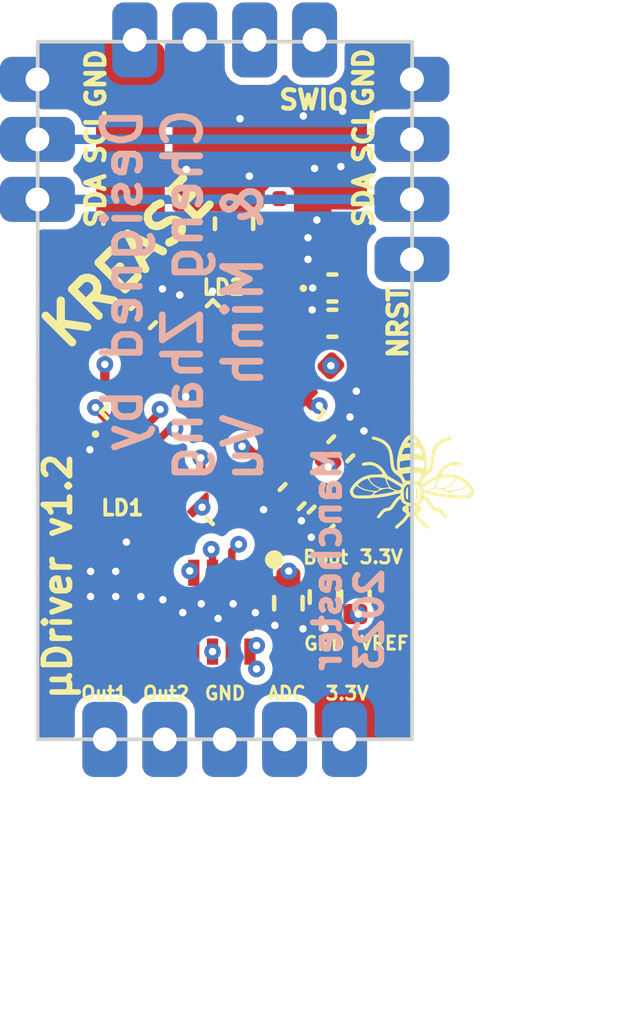
<source format=kicad_pcb>
(kicad_pcb (version 20221018) (generator pcbnew)
  (layers (0 "F.Cu" signal) (1 "In1.Cu" power) (2 "In2.Cu" signal) (31 "B.Cu" mixed) (34 "B.Paste" user) (35 "F.Paste" user) (36 "B.SilkS" user "B.Silkscreen") (37 "F.SilkS" user "F.Silkscreen") (38 "B.Mask" user) (39 "F.Mask" user) (44 "Edge.Cuts" user))
  (net 0 "")
  (net 1 "/NRST")
  (net 2 "GND")
  (net 3 "+12V")
  (net 4 "+3.3V")
  (net 5 "/PA2_IPROPI")
  (net 6 "/UART_TX")
  (net 7 "/I2C1_SCL")
  (net 10 "/UART_RX")
  (net 11 "/I2C1_SDA")
  (net 12 "/SWDIO")
  (net 13 "/SWCLK")
  (net 14 "/ADC_IN")
  (net 17 "Net-(U2-BOOT0)")
  (net 18 "Net-(U1-VREF)")
  (net 20 "/TIM2_CH2")
  (net 21 "/TIM2_CH1")
  (net 23 "/OUT2")
  (net 24 "/OUT1")
  (net 31 "Net-(D1-A)")
  (net 32 "Net-(U2-PB4)")
  (net 33 "Net-(D2-A)")
  (net 34 "Net-(U2-PA3)")
  (footprint "Connector:Castellated_Pad_1x2mm" (layer "F.Cu") (at 75.6998 81.55)
    (fp_text reference "TP2" hide)
    (fp_text value "Pad")
    (pad "1" thru_hole roundrect (at 0 0) (size 1.2 2) (drill 0.635) (property pad_prop_castellated) (layers "*.Cu" "*.Mask") (net 2 "GND"))
  )
  (footprint "Connector:Castellated_Pad_1x2mm" (layer "F.Cu") (at 81.5 88.9756 -90)
    (fp_text reference "TP6" hide)
    (fp_text value "Pad")
    (pad "1" thru_hole roundrect (at -1.5752 0 270) (size 1.2 2) (drill 0.635) (property pad_prop_castellated) (layers "*.Cu" "*.Mask") (net 1 "/NRST"))
  )
  (footprint "Capacitor_SMD:C_0402_1005Metric" (layer "F.Cu") (at 79.6 92.45 45)
    (fp_text reference "C8" hide)
    (fp_text value "100n")
    (pad "1" smd roundrect (at -0.48 0 45) (size 0.56 0.62) (layers "F.Cu" "F.Paste" "F.Mask") (net 14 "/ADC_IN"))
    (pad "2" smd roundrect (at 0.48 0 45) (size 0.56 0.62) (layers "F.Cu" "F.Paste" "F.Mask") (net 2 "GND"))
  )
  (footprint "" (layer "F.Cu") (at 71.5 85.8002)
    (fp_text reference "" (at 0 0) (layer "F.SilkS") (effects (font (size 1.27 1.27))))
    (fp_text value "" (at 0 0) (layer "F.SilkS") (effects (font (size 1.27 1.27))))
    (pad "1" thru_hole roundrect (at 0 0 270) (size 1.2 2) (drill 0.635) (property pad_prop_castellated) (layers "*.Cu" "*.Mask") (net 11 "/I2C1_SDA"))
  )
  (footprint "Package_DFN_QFN:QFN-28_4x4mm_P0.5mm" (layer "F.Cu") (at 76.183534 91.473573 135)
    (fp_text reference "U2" hide)
    (fp_text value "STM32F031G6Ux")
    (pad "1" smd custom (at -1.9975 -1.5 135) (size 0.136863 0.136863) (layers "F.Cu" "F.Paste" "F.Mask") (net 17 "Net-(U2-BOOT0)") (options (clearance outline) (anchor circle)) (primitives (gr_poly (pts (xy 0.3325 0.05364) (xy 0.3325 0.08) (xy -0.3325 0.08) (xy -0.3325 -0.08) (xy 0.19886 -0.08)) (width 0.09) (fill yes))))
    (pad "2" smd roundrect (at -1.9375 -1 135) (size 0.875 0.25) (layers "F.Cu" "F.Paste" "F.Mask"))
    (pad "3" smd roundrect (at -1.9375 -0.5 135) (size 0.875 0.25) (layers "F.Cu" "F.Paste" "F.Mask"))
    (pad "4" smd roundrect (at -1.9375 0 135) (size 0.875 0.25) (layers "F.Cu" "F.Paste" "F.Mask") (net 1 "/NRST"))
    (pad "5" smd roundrect (at -1.9375 0.5 135) (size 0.875 0.25) (layers "F.Cu" "F.Paste" "F.Mask") (net 4 "+3.3V"))
    (pad "6" smd roundrect (at -1.9375 1 135) (size 0.875 0.25) (layers "F.Cu" "F.Paste" "F.Mask") (net 14 "/ADC_IN"))
    (pad "7" smd custom (at -1.9975 1.5 135) (size 0.136863 0.136863) (layers "F.Cu" "F.Paste" "F.Mask") (options (clearance outline) (anchor circle)) (primitives (gr_poly (pts (xy 0.3325 -0.05364) (xy 0.19886 0.08) (xy -0.3325 0.08) (xy -0.3325 -0.08) (xy 0.3325 -0.08)) (width 0.09) (fill yes))))
    (pad "8" smd custom (at -1.5 1.9975 135) (size 0.136863 0.136863) (layers "F.Cu" "F.Paste" "F.Mask") (net 5 "/PA2_IPROPI") (options (clearance outline) (anchor circle)) (primitives (gr_poly (pts (xy 0.08 0.3325) (xy -0.08 0.3325) (xy -0.08 -0.19886) (xy 0.05364 -0.3325) (xy 0.08 -0.3325)) (width 0.09) (fill yes))))
    (pad "9" smd roundrect (at -1 1.9375 135) (size 0.25 0.875) (layers "F.Cu" "F.Paste" "F.Mask") (net 34 "Net-(U2-PA3)"))
    (pad "10" smd roundrect (at -0.5 1.9375 135) (size 0.25 0.875) (layers "F.Cu" "F.Paste" "F.Mask"))
    (pad "11" smd roundrect (at 0 1.9375 135) (size 0.25 0.875) (layers "F.Cu" "F.Paste" "F.Mask"))
    (pad "12" smd roundrect (at 0.5 1.9375 135) (size 0.25 0.875) (layers "F.Cu" "F.Paste" "F.Mask"))
    (pad "13" smd roundrect (at 1 1.9375 135) (size 0.25 0.875) (layers "F.Cu" "F.Paste" "F.Mask"))
    (pad "14" smd custom (at 1.5 1.9975 135) (size 0.136863 0.136863) (layers "F.Cu" "F.Paste" "F.Mask") (options (clearance outline) (anchor circle)) (primitives (gr_poly (pts (xy 0.08 -0.19886) (xy 0.08 0.3325) (xy -0.08 0.3325) (xy -0.08 -0.3325) (xy -0.05364 -0.3325)) (width 0.09) (fill yes))))
    (pad "15" smd custom (at 1.9975 1.5 135) (size 0.136863 0.136863) (layers "F.Cu" "F.Paste" "F.Mask") (options (clearance outline) (anchor circle)) (primitives (gr_poly (pts (xy 0.3325 0.08) (xy -0.19886 0.08) (xy -0.3325 -0.05364) (xy -0.3325 -0.08) (xy 0.3325 -0.08)) (width 0.09) (fill yes))))
    (pad "16" smd roundrect (at 1.9375 1 135) (size 0.875 0.25) (layers "F.Cu" "F.Paste" "F.Mask") (net 2 "GND"))
    (pad "17" smd roundrect (at 1.9375 0.5 135) (size 0.875 0.25) (layers "F.Cu" "F.Paste" "F.Mask") (net 4 "+3.3V"))
    (pad "18" smd roundrect (at 1.9375 0 135) (size 0.875 0.25) (layers "F.Cu" "F.Paste" "F.Mask"))
    (pad "19" smd roundrect (at 1.9375 -0.5 135) (size 0.875 0.25) (layers "F.Cu" "F.Paste" "F.Mask") (net 6 "/UART_TX"))
    (pad "20" smd roundrect (at 1.9375 -1 135) (size 0.875 0.25) (layers "F.Cu" "F.Paste" "F.Mask") (net 10 "/UART_RX"))
    (pad "21" smd custom (at 1.9975 -1.5 135) (size 0.136863 0.136863) (layers "F.Cu" "F.Paste" "F.Mask") (net 12 "/SWDIO") (options (clearance outline) (anchor circle)) (primitives (gr_poly (pts (xy 0.3325 0.08) (xy -0.3325 0.08) (xy -0.3325 0.05364) (xy -0.19886 -0.08) (xy 0.3325 -0.08)) (width 0.09) (fill yes))))
    (pad "22" smd custom (at 1.5 -1.9975 135) (size 0.136863 0.136863) (layers "F.Cu" "F.Paste" "F.Mask") (net 13 "/SWCLK") (options (clearance outline) (anchor circle)) (primitives (gr_poly (pts (xy 0.08 0.19886) (xy -0.05364 0.3325) (xy -0.08 0.3325) (xy -0.08 -0.3325) (xy 0.08 -0.3325)) (width 0.09) (fill yes))))
    (pad "23" smd roundrect (at 1 -1.9375 135) (size 0.25 0.875) (layers "F.Cu" "F.Paste" "F.Mask") (net 21 "/TIM2_CH1"))
    (pad "24" smd roundrect (at 0.5 -1.9375 135) (size 0.25 0.875) (layers "F.Cu" "F.Paste" "F.Mask") (net 20 "/TIM2_CH2"))
    (pad "25" smd roundrect (at 0 -1.9375 135) (size 0.25 0.875) (layers "F.Cu" "F.Paste" "F.Mask") (net 32 "Net-(U2-PB4)"))
    (pad "26" smd roundrect (at -0.5 -1.9375 135) (size 0.25 0.875) (layers "F.Cu" "F.Paste" "F.Mask"))
    (pad "27" smd roundrect (at -1 -1.9375 135) (size 0.25 0.875) (layers "F.Cu" "F.Paste" "F.Mask") (net 7 "/I2C1_SCL"))
    (pad "28" smd custom (at -1.5 -1.9975 135) (size 0.136863 0.136863) (layers "F.Cu" "F.Paste" "F.Mask") (net 11 "/I2C1_SDA") (options (clearance outline) (anchor circle)) (primitives (gr_poly (pts (xy 0.08 0.3325) (xy 0.05364 0.3325) (xy -0.08 0.19886) (xy -0.08 -0.3325) (xy 0.08 -0.3325)) (width 0.09) (fill yes))))
  )
  (footprint "Resistor_SMD:R_0402_1005Metric_Pad0.72x0.64mm_HandSolder" (layer "F.Cu") (at 78.2 96.5675 90)
    (fp_text reference "R4" hide)
    (fp_text value "1k5")
    (pad "1" smd roundrect (at -0.5975 0 90) (size 0.715 0.64) (layers "F.Cu" "F.Paste" "F.Mask") (net 2 "GND"))
    (pad "2" smd roundrect (at 0.5975 0 90) (size 0.715 0.64) (layers "F.Cu" "F.Paste" "F.Mask") (net 5 "/PA2_IPROPI"))
  )
  (footprint "Resistor_SMD:R_0201_0603Metric" (layer "F.Cu") (at 77.851 89.0524 -45)
    (fp_text reference "R5" hide)
    (fp_text value "1k5")
    (pad "1" smd roundrect (at -0.32 0 315) (size 0.46 0.4) (layers "F.Cu" "F.Mask") (net 33 "Net-(D2-A)"))
    (pad "2" smd roundrect (at 0.32 0 315) (size 0.46 0.4) (layers "F.Cu" "F.Mask") (net 34 "Net-(U2-PA3)"))
  )
  (footprint "Package_SON:SON50P200X200X80-9N" (layer "F.Cu") (at 76.425 96.808 -90)
    (fp_text reference "U1" hide)
    (fp_text value "DRV8231ADSGR" hide)
    (pad "1" smd rect (at -1.05 -0.75) (size 0.3 0.7) (layers "F.Cu" "F.Paste" "F.Mask") (net 5 "/PA2_IPROPI"))
    (pad "2" smd rect (at -1.05 -0.25) (size 0.3 0.7) (layers "F.Cu" "F.Paste" "F.Mask") (net 20 "/TIM2_CH2"))
    (pad "3" smd rect (at -1.05 0.25) (size 0.3 0.7) (layers "F.Cu" "F.Paste" "F.Mask") (net 21 "/TIM2_CH1"))
    (pad "4" smd rect (at -1.05 0.75) (size 0.3 0.7) (layers "F.Cu" "F.Paste" "F.Mask") (net 18 "Net-(U1-VREF)"))
    (pad "5" smd rect (at 1.05 0.75) (size 0.3 0.7) (layers "F.Cu" "F.Paste" "F.Mask") (net 3 "+12V") (clearance 0.025))
    (pad "6" smd rect (at 1.05 0.25) (size 0.3 0.7) (layers "F.Cu" "F.Paste" "F.Mask") (net 24 "/OUT1") (clearance 0.025))
    (pad "7" smd rect (at 1.05 -0.25) (size 0.3 0.7) (layers "F.Cu" "F.Paste" "F.Mask") (net 2 "GND") (clearance 0.025))
    (pad "8" smd rect (at 1.05 -0.75) (size 0.3 0.7) (layers "F.Cu" "F.Paste" "F.Mask") (net 23 "/OUT2") (clearance 0.025))
    (pad "9" smd rect (at 0 0 270) (size 1 1.7) (layers "F.Cu" "F.Paste" "F.Mask") (net 2 "GND"))
  )
  (footprint "Connector:Castellated_Pad_1x2mm" (layer "F.Cu") (at 81.5 87.3754 -90)
    (fp_text reference "TP7" hide)
    (fp_text value "Pad")
    (pad "1" thru_hole roundrect (at -1.5752 0 270) (size 1.2 2) (drill 0.635) (property pad_prop_castellated) (layers "*.Cu" "*.Mask") (net 11 "/I2C1_SDA"))
  )
  (footprint "Connector:Castellated_Pad_1x2mm" (layer "F.Cu") (at 73.2996 100.2)
    (fp_text reference "TP13" hide)
    (fp_text value "Pad")
    (pad "1" thru_hole roundrect (at 0 0) (size 1.2 2) (drill 0.635) (property pad_prop_castellated) (layers "*.Cu" "*.Mask") (net 24 "/OUT1"))
  )
  (footprint "LOGO" (layer "F.Cu") (at 81.5 93.325 180)
    (fp_text reference "G***" hide)
    (fp_text value "LOGO" hide)
  )
  (footprint "LED_SMD:LED_0402_1005Metric" (layer "F.Cu") (at 73.05 93.15 -90)
    (fp_text reference "D1" hide)
    (fp_text value "BLUE LED")
    (pad "1" smd roundrect (at -0.485 0 270) (size 0.59 0.64) (layers "F.Cu" "F.Paste" "F.Mask") (net 2 "GND"))
    (pad "2" smd roundrect (at 0.485 0 270) (size 0.59 0.64) (layers "F.Cu" "F.Paste" "F.Mask") (net 31 "Net-(D1-A)"))
  )
  (footprint "Connector:Castellated_Pad_1x2mm" (layer "F.Cu") (at 81.5 84.3646 90)
    (fp_text reference "TP8" hide)
    (fp_text value "Pad" hide)
    (pad "1" thru_hole roundrect (at 0.1646 0 90) (size 1.2 2) (drill 0.635) (property pad_prop_castellated) (layers "*.Cu" "*.Mask") (net 7 "/I2C1_SCL"))
  )
  (footprint "" (layer "F.Cu") (at 71.5 84.2)
    (fp_text reference "" (at 0 0) (layer "F.SilkS") (effects (font (size 1.27 1.27))))
    (fp_text value "" (at 0 0) (layer "F.SilkS") (effects (font (size 1.27 1.27))))
    (pad "1" thru_hole roundrect (at 0 0 90) (size 1.2 2) (drill 0.635) (property pad_prop_castellated) (layers "*.Cu" "*.Mask") (net 7 "/I2C1_SCL"))
  )
  (footprint "Package_SON:WSON-6-1EP_2x2mm_P0.65mm_EP1x1.6mm" (layer "F.Cu") (at 78.85 86.4298 180)
    (fp_text reference "U3" hide)
    (fp_text value "TPS709")
    (pad "1" smd roundrect (at -0.8875 -0.65 180) (size 0.375 0.4) (layers "F.Cu" "F.Paste" "F.Mask") (net 4 "+3.3V"))
    (pad "2" smd roundrect (at -0.8875 0 180) (size 0.375 0.4) (layers "F.Cu" "F.Paste" "F.Mask") (clearance 0.15))
    (pad "3" smd roundrect (at -0.8875 0.65 180) (size 0.375 0.4) (layers "F.Cu" "F.Paste" "F.Mask") (net 2 "GND"))
    (pad "4" smd roundrect (at 0.8875 0.65 180) (size 0.375 0.4) (layers "F.Cu" "F.Paste" "F.Mask"))
    (pad "5" smd roundrect (at 0.8875 0 180) (size 0.375 0.4) (layers "F.Cu" "F.Paste" "F.Mask"))
    (pad "6" smd roundrect (at 0.8875 -0.65 180) (size 0.375 0.4) (layers "F.Cu" "F.Paste" "F.Mask") (net 3 "+12V") (clearance 0.2))
    (pad "7" smd rect (at 0 0 180) (size 1 1.6) (layers "F.Cu" "F.Mask") (net 2 "GND") (clearance 0.15))
  )
  (footprint "Resistor_SMD:R_0402_1005Metric" (layer "F.Cu") (at 79.99 96.4 90)
    (fp_text reference "R2" hide)
    (fp_text value "0")
    (pad "1" smd roundrect (at -0.4572 0 90) (size 0.54 0.64) (layers "F.Cu" "F.Paste" "F.Mask") (net 18 "Net-(U1-VREF)") (clearance 0.025))
    (pad "2" smd roundrect (at 0.4572 0 90) (size 0.54 0.64) (layers "F.Cu" "F.Paste" "F.Mask") (net 4 "+3.3V"))
  )
  (footprint "LED_SMD:LED_0201_0603Metric" (layer "F.Cu") (at 77.74 88.17 180)
    (fp_text reference "D2" hide)
    (fp_text value "BLUE LED")
    (pad "1" smd roundrect (at -0.32 0 180) (size 0.46 0.4) (layers "F.Cu" "F.Mask") (net 2 "GND"))
    (pad "2" smd roundrect (at 0.32 0 180) (size 0.46 0.4) (layers "F.Cu" "F.Mask") (net 33 "Net-(D2-A)"))
  )
  (footprint "Capacitor_SMD:C_0603_1608Metric" (layer "F.Cu") (at 76.75 86.45 90)
    (fp_text reference "C2" hide)
    (fp_text value "1 uF")
    (pad "1" smd roundrect (at -0.775 0 90) (size 0.9 0.95) (layers "F.Cu" "F.Paste" "F.Mask") (net 3 "+12V"))
    (pad "2" smd roundrect (at 0.775 0 90) (size 0.9 0.95) (layers "F.Cu" "F.Paste" "F.Mask") (net 2 "GND"))
  )
  (footprint "Connector:Castellated_Pad_1x2mm" (layer "F.Cu") (at 76.5 100.2)
    (fp_text reference "TP15" hide)
    (fp_text value "Pad")
    (pad "1" thru_hole roundrect (at 0 0) (size 1.2 2) (drill 0.635) (property pad_prop_castellated) (layers "*.Cu" "*.Mask") (net 2 "GND"))
  )
  (footprint "Resistor_SMD:R_0201_0603Metric" (layer "F.Cu") (at 74.0664 93.472 -45)
    (fp_text reference "R3" hide)
    (fp_text value "1k5")
    (pad "1" smd roundrect (at -0.32 0 315) (size 0.46 0.4) (layers "F.Cu" "F.Mask") (net 31 "Net-(D1-A)") (clearance 0.127))
    (pad "2" smd roundrect (at 0.32 0 315) (size 0.46 0.4) (layers "F.Cu" "F.Mask") (net 32 "Net-(U2-PB4)") (clearance 0.127))
  )
  (footprint "Connector:Castellated_Pad_1x2mm" (layer "F.Cu") (at 78.1002 100.2)
    (fp_text reference "TP17" hide)
    (fp_text value "Pad")
    (pad "1" thru_hole roundrect (at 0 0) (size 1.2 2) (drill 0.635) (property pad_prop_castellated) (layers "*.Cu" "*.Mask") (net 14 "/ADC_IN"))
  )
  (footprint "Capacitor_SMD:C_0402_1005Metric" (layer "F.Cu") (at 79.375 88.1634 180)
    (fp_text reference "C3" hide)
    (fp_text value "2.2 uF")
    (pad "1" smd roundrect (at -0.48 0 180) (size 0.56 0.62) (layers "F.Cu" "F.Paste" "F.Mask") (net 4 "+3.3V"))
    (pad "2" smd roundrect (at 0.48 0 180) (size 0.56 0.62) (layers "F.Cu" "F.Paste" "F.Mask") (net 2 "GND"))
  )
  (footprint "Connector:Castellated_Pad_1x2mm" (layer "F.Cu") (at 74.8998 100.2)
    (fp_text reference "TP14" hide)
    (fp_text value "Pad")
    (pad "1" thru_hole roundrect (at 0 0) (size 1.2 2) (drill 0.635) (property pad_prop_castellated) (layers "*.Cu" "*.Mask") (net 23 "/OUT2"))
  )
  (footprint "Capacitor_SMD:C_0402_1005Metric" (layer "F.Cu") (at 78.3 93.725 -135)
    (fp_text reference "C11" hide)
    (fp_text value "10n")
    (pad "1" smd roundrect (at -0.48 0 225) (size 0.56 0.62) (layers "F.Cu" "F.Paste" "F.Mask") (net 4 "+3.3V"))
    (pad "2" smd roundrect (at 0.48 0 225) (size 0.56 0.62) (layers "F.Cu" "F.Paste" "F.Mask") (net 2 "GND"))
  )
  (footprint "Capacitor_SMD:C_0402_1005Metric" (layer "F.Cu") (at 74.33 88.9 45)
    (fp_text reference "C6" hide)
    (fp_text value "100n")
    (pad "1" smd roundrect (at -0.48 0 45) (size 0.56 0.62) (layers "F.Cu" "F.Paste" "F.Mask") (net 4 "+3.3V"))
    (pad "2" smd roundrect (at 0.48 0 45) (size 0.56 0.62) (layers "F.Cu" "F.Paste" "F.Mask") (net 2 "GND"))
  )
  (footprint "Connector:Castellated_Pad_1x2mm" (layer "F.Cu") (at 81.5 82.675 90)
    (fp_text reference "TP11" hide)
    (fp_text value "Pad")
    (pad "1" thru_hole roundrect (at 0.075 0 90) (size 1.2 2) (drill 0.635) (property pad_prop_castellated) (layers "*.Cu" "*.Mask") (net 2 "GND"))
  )
  (footprint "Capacitor_SMD:C_0402_1005Metric" (layer "F.Cu") (at 79.375 89.1032 180)
    (fp_text reference "C5" hide)
    (fp_text value "4.7 uF")
    (pad "1" smd roundrect (at -0.48 0 180) (size 0.56 0.62) (layers "F.Cu" "F.Paste" "F.Mask") (net 4 "+3.3V"))
    (pad "2" smd roundrect (at 0.48 0 180) (size 0.56 0.62) (layers "F.Cu" "F.Paste" "F.Mask") (net 2 "GND"))
  )
  (footprint "Resistor_SMD:R_0402_1005Metric" (layer "F.Cu") (at 79.15 96.4028 90)
    (fp_text reference "R1" hide)
    (fp_text value "100k")
    (pad "1" smd roundrect (at -0.51 0 90) (size 0.54 0.64) (layers "F.Cu" "F.Paste" "F.Mask") (net 2 "GND"))
    (pad "2" smd roundrect (at 0.51 0 90) (size 0.54 0.64) (layers "F.Cu" "F.Paste" "F.Mask") (net 17 "Net-(U2-BOOT0)"))
  )
  (footprint "Connector:Castellated_Pad_1x2mm" (layer "F.Cu") (at 78.9 81.55)
    (fp_text reference "TP12" hide)
    (fp_text value "Pad")
    (pad "1" thru_hole roundrect (at 0 0) (size 1.2 2) (drill 0.635) (property pad_prop_castellated) (layers "*.Cu" "*.Mask") (net 12 "/SWDIO"))
  )
  (footprint "Capacitor_SMD:C_0402_1005Metric" (layer "F.Cu") (at 79.675 90.575 -45)
    (fp_text reference "C1" hide)
    (fp_text value "100n")
    (pad "1" smd roundrect (at -0.48 0 315) (size 0.56 0.62) (layers "F.Cu" "F.Paste" "F.Mask") (net 1 "/NRST"))
    (pad "2" smd roundrect (at 0.48 0 315) (size 0.56 0.62) (layers "F.Cu" "F.Paste" "F.Mask") (net 2 "GND"))
  )
  (footprint "Capacitor_Tantalum_SMD:CP_EIA-3528-12_Kemet-T" (layer "F.Cu") (at 73.88 96.475 90)
    (fp_text reference "C4" hide)
    (fp_text value "47u")
    (pad "1" smd roundrect (at -1.5375 0 90) (size 1.325 2.35) (layers "F.Cu" "F.Paste" "F.Mask") (roundrect_rratio 0.1886792453) (net 3 "+12V"))
    (pad "2" smd roundrect (at 1.5375 0 90) (size 1.325 2.35) (layers "F.Cu" "F.Paste" "F.Mask") (roundrect_rratio 0.1886792453) (net 2 "GND"))
  )
  (footprint "Capacitor_Tantalum_SMD:CP_EIA-3528-12_Kemet-T" (layer "F.Cu") (at 75.6375 83.925)
    (fp_text reference "C7" hide)
    (fp_text value "47u")
    (pad "1" smd roundrect (at -1.5375 0) (size 1.325 2.35) (layers "F.Cu" "F.Paste" "F.Mask") (roundrect_rratio 0.1886792453) (net 3 "+12V"))
    (pad "2" smd roundrect (at 1.5375 0) (size 1.325 2.35) (layers "F.Cu" "F.Paste" "F.Mask") (roundrect_rratio 0.1886792453) (net 2 "GND"))
  )
  (footprint "Connector:Castellated_Pad_1x2mm" (layer "F.Cu") (at 77.3 81.55 180)
    (fp_text reference "TP3" hide)
    (fp_text value "Pad" hide)
    (pad "1" thru_hole roundrect (at 0 0 180) (size 1.2 2) (drill 0.635) (property pad_prop_castellated) (layers "*.Cu" "*.Mask") (net 13 "/SWCLK"))
  )
  (footprint "" (layer "F.Cu") (at 71.5 82.6)
    (fp_text reference "" (at 0 0) (layer "F.SilkS") (effects (font (size 1.27 1.27))))
    (fp_text value "" (at 0 0) (layer "F.SilkS") (effects (font (size 1.27 1.27))))
    (pad "1" thru_hole roundrect (at 0 0 90) (size 1.2 2) (drill 0.635) (property pad_prop_castellated) (layers "*.Cu" "*.Mask") (net 2 "GND"))
  )
  (footprint "Capacitor_SMD:C_0402_1005Metric" (layer "F.Cu") (at 79.075 94.325 -135)
    (fp_text reference "C12" hide)
    (fp_text value "1 uF")
    (pad "1" smd roundrect (at -0.48 0 225) (size 0.56 0.62) (layers "F.Cu" "F.Paste" "F.Mask") (net 4 "+3.3V"))
    (pad "2" smd roundrect (at 0.48 0 225) (size 0.56 0.62) (layers "F.Cu" "F.Paste" "F.Mask") (net 2 "GND"))
  )
  (footprint "Connector:Castellated_Pad_1x2mm" (layer "F.Cu") (at 74.0996 81.55)
    (fp_text reference "TP1" hide)
    (fp_text value "Pad")
    (pad "1" thru_hole roundrect (at 0 0) (size 1.2 2) (drill 0.635) (property pad_prop_castellated) (layers "*.Cu" "*.Mask") (net 3 "+12V"))
  )
  (footprint "Connector:Castellated_Pad_1x2mm" (layer "F.Cu") (at 79.6996 100.2)
    (fp_text reference "TP16" hide)
    (fp_text value "Pad")
    (pad "1" thru_hole roundrect (at 0 0) (size 1.2 2) (drill 0.635) (property pad_prop_castellated) (layers "*.Cu" "*.Mask") (net 4 "+3.3V"))
  )
  (gr_line (start 71.5016 100.196) (end 71.506 81.596) (stroke (width 0.1)) (layer "Edge.Cuts"))
  (gr_line (start 71.506 81.596) (end 81.506 81.596) (stroke (width 0.1)) (layer "Edge.Cuts"))
  (gr_line (start 81.5016 100.196) (end 71.5016 100.196) (stroke (width 0.1)) (layer "Edge.Cuts"))
  (gr_line (start 81.506 81.596) (end 81.5016 100.196) (stroke (width 0.1)) (layer "Edge.Cuts"))
  (gr_text "Designed by \nCheng Zhang\n& Minh Vu" (at 77.575 93.425 90) (layer "B.SilkS") (effects (font (size 1 1) (thickness 0.18) bold) (justify right bottom mirror)))
  (gr_text "Manchester\n      2023" (at 80.775 98.45 90) (layer "B.SilkS") (effects (font (size 0.7 0.7) (thickness 0.16) bold) (justify right bottom mirror)))
  (gr_text "GND" (at 78.575 97.85) (layer "F.SilkS") (effects (font (size 0.35 0.35) (thickness 0.08) bold) (justify left bottom)))
  (gr_text "GND" (at 75.9246 99.175) (layer "F.SilkS") (effects (font (size 0.35 0.35) (thickness 0.08) bold) (justify left bottom)))
  (gr_text "Out1\n" (at 72.6246 99.175) (layer "F.SilkS") (effects (font (size 0.35 0.35) (thickness 0.08) bold) (justify left bottom)))
  (gr_text "ADC" (at 77.5996 99.175) (layer "F.SilkS") (effects (font (size 0.35 0.35) (thickness 0.08) bold) (justify left bottom)))
  (gr_text "KREASE\n" (at 72.25 89.975 45) (layer "F.SilkS") (effects (font (size 1 1) (thickness 0.22) bold) (justify left bottom)))
  (gr_text "GND\n" (at 80.5 83.4 90) (layer "F.SilkS") (effects (font (size 0.5 0.5) (thickness 0.125) bold) (justify left bottom)))
  (gr_text "VREF" (at 80.08 97.84) (layer "F.SilkS") (effects (font (size 0.35 0.35) (thickness 0.08) bold) (justify left bottom)))
  (gr_text "SCL" (at 73.35 84.925 90) (layer "F.SilkS") (effects (font (size 0.5 0.5) (thickness 0.125)) (justify left bottom)))
  (gr_text "GND\n" (at 73.35 83.425 90) (layer "F.SilkS") (effects (font (size 0.5 0.5) (thickness 0.125) bold) (justify left bottom)))
  (gr_text "μDriver v1.2" (at 72.45 99.2 90) (layer "F.SilkS") (effects (font (size 0.7 0.7) (thickness 0.15) bold) (justify left bottom)))
  (gr_text "SCL" (at 80.5 84.9 90) (layer "F.SilkS") (effects (font (size 0.5 0.5) (thickness 0.125)) (justify left bottom)))
  (gr_text "3.3V\n" (at 80.06 95.54) (layer "F.SilkS") (effects (font (size 0.35 0.35) (thickness 0.08) bold) (justify left bottom)))
  (gr_text "3.3V\n" (at 79.1496 99.175) (layer "F.SilkS") (effects (font (size 0.35 0.35) (thickness 0.08) bold) (justify left bottom)))
  (gr_text "SDA" (at 80.5 86.6 90) (layer "F.SilkS") (effects (font (size 0.5 0.5) (thickness 0.125)) (justify left bottom)))
  (gr_text "Out2\n" (at 74.2746 99.175) (layer "F.SilkS") (effects (font (size 0.35 0.35) (thickness 0.08) bold) (justify left bottom)))
  (gr_text "LD1" (at 73.15 94.26) (layer "F.SilkS") (effects (font (size 0.4 0.4) (thickness 0.1) bold) (justify left bottom)))
  (gr_text "SDA" (at 73.35 86.625 90) (layer "F.SilkS") (effects (font (size 0.5 0.5) (thickness 0.125)) (justify left bottom)))
  (gr_text "NRST" (at 81.42 90.1 90) (layer "F.SilkS") (effects (font (size 0.5 0.5) (thickness 0.125) bold) (justify left bottom)))
  (gr_text "Boot" (at 78.55 95.55) (layer "F.SilkS") (effects (font (size 0.35 0.35) (thickness 0.08) bold) (justify left bottom)))
  (gr_text "LD2" (at 75.85 88.38) (layer "F.SilkS") (effects (font (size 0.4 0.4) (thickness 0.1) bold) (justify left bottom)))
  (gr_text "SWIO" (at 77.89 83.44) (layer "F.SilkS") (effects (font (size 0.5 0.5) (thickness 0.125) bold) (justify left bottom)))
  (segment (start 77.095272 92.385311) (end 76.962862 92.385311) (width 0.2) (layer "F.Cu") (net 1))
  (segment (start 77.553553 92.843592) (end 77.095272 92.385311) (width 0.2) (layer "F.Cu") (net 1))
  (via (at 79.335589 90.235589) (size 0.45) (drill 0.2) (layers "F.Cu" "B.Cu") (net 1))
  (via (at 76.962862 92.385311) (size 0.45) (drill 0.2) (layers "F.Cu" "B.Cu") (net 1))
  (segment (start 74.837514 88.392486) (end 74.837514 88.187486) (width 0.25) (layer "F.Cu") (net 2))
  (segment (start 79.939411 91.695961) (end 79.846725 91.603275) (width 0.25) (layer "F.Cu") (net 2))
  (segment (start 78.074411 94.064411) (end 77.960589 94.064411) (width 0.25) (layer "F.Cu") (net 2))
  (segment (start 75.089411 88.560589) (end 74.669411 88.560589) (width 0.25) (layer "F.Cu") (net 2))
  (segment (start 75.520621 89.396447) (end 74.684763 88.560589) (width 0.25) (layer "F.Cu") (net 2))
  (segment (start 74.684763 88.560589) (end 74.669411 88.560589) (width 0.25) (layer "F.Cu") (net 2))
  (segment (start 75.3 88.35) (end 75.089411 88.560589) (width 0.25) (layer "F.Cu") (net 2))
  (segment (start 74.669411 88.560589) (end 74.837514 88.392486) (width 0.25) (layer "F.Cu") (net 2))
  (segment (start 78.482924 94.472924) (end 78.074411 94.064411) (width 0.3) (layer "F.Cu") (net 2))
  (segment (start 79.939411 92.110589) (end 79.939411 91.695961) (width 0.25) (layer "F.Cu") (net 2))
  (via (at 78.960251 86.3497) (size 0.45) (drill 0.2) (layers "F.Cu" "B.Cu") (net 2))
  (via (at 76.90824 83.6505) (size 0.45) (drill 0.2) (layers "F.Cu" "B.Cu") (net 2))
  (via (at 80.014411 90.914411) (size 0.45) (drill 0.2) (layers "F.Cu" "B.Cu") (net 2))
  (via (at 78.7245 87.4) (size 0.45) (drill 0.2) (layers "F.Cu" "B.Cu") (net 2))
  (via (at 78.8505 88.1634) (size 0.45) (drill 0.2) (layers "F.Cu" "B.Cu") (net 2))
  (via (at 72.92 96.39) (size 0.45) (drill 0.2) (layers "F.Cu" "B.Cu") (net 2))
  (via (at 76.175 88.25) (size 0.45) (drill 0.2) (layers "F.Cu" "B.Cu") (net 2))
  (via (at 72.9 92.475) (size 0.45) (drill 0.2) (layers "F.Cu" "B.Cu") (net 2))
  (via (at 77.536664 94.074433) (size 0.45) (drill 0.2) (layers "F.Cu" "B.Cu") (net 2))
  (via (at 73.59 96.39) (size 0.45) (drill 0.2) (layers "F.Cu" "B.Cu") (net 2))
  (via (at 76.323774 96.97345) (size 0.45) (drill 0.2) (layers "F.Cu" "B.Cu") (net 2))
  (via (at 78.5495 94.37) (size 0.45) (drill 0.2) (layers "F.Cu" "B.Cu") (net 2))
  (via (at 75.3 88.35) (size 0.45) (drill 0.2) (layers "F.Cu" "B.Cu") (net 2))
  (via (at 80.217605 91.974153) (size 0.45) (drill 0.2) (layers "F.Cu" "B.Cu") (net 2))
  (via (at 74.26 96.39) (size 0.45) (drill 0.2) (layers "F.Cu" "B.Cu") (net 2))
  (via (at 78.81163 94.810255) (size 0.45) (drill 0.2) (layers "F.Cu" "B.Cu") (net 2))
  (via (at 75.381142 96.818372) (size 0.45) (drill 0.2) (layers "F.Cu" "B.Cu") (net 2))
  (via (at 74.837514 88.187486) (size 0.45) (drill 0.2) (layers "F.Cu" "B.Cu") (net 2))
  (via (at 72.92 95.72) (size 0.45) (drill 0.2) (layers "F.Cu" "B.Cu") (net 2))
  (via (at 75.46 91.06) (size 0.45) (drill 0.2) (layers "F.Cu" "B.Cu") (net 2))
  (via (at 79.846725 91.603275) (size 0.45) (drill 0.2) (layers "F.Cu" "B.Cu") (net 2))
  (via (at 79.65 83.45) (size 0.45) (drill 0.2) (layers "F.Cu" "B.Cu") (net 2))
  (via (at 77.84 97.16) (size 0.45) (drill 0.2) (layers "F.Cu" "B.Cu") (net 2))
  (via (at 78.9 84.975) (size 0.45) (drill 0.2) (layers "F.Cu" "B.Cu") (net 2))
  (via (at 78.6 83.575) (size 0.45) (drill 0.2) (layers "F.Cu" "B.Cu") (net 2))
  (via (at 74.85 96.4745) (size 0.45) (drill 0.2) (layers "F.Cu" "B.Cu") (net 2))
  (via (at 79.6 84.925) (size 0.45) (drill 0.2) (layers "F.Cu" "B.Cu") (net 2))
  (via (at 73.875 94.9375) (size 0.45) (drill 0.2) (layers "F.Cu" "B.Cu") (net 2))
  (via (at 76.725 96.5835) (size 0.45) (drill 0.2) (layers "F.Cu" "B.Cu") (net 2))
  (via (at 77.32 96.82) (size 0.45) (drill 0.2) (layers "F.Cu" "B.Cu") (net 2))
  (via (at 77.16 85.18) (size 0.45) (drill 0.2) (layers "F.Cu" "B.Cu") (net 2))
  (via (at 79.18 97.24) (size 0.45) (drill 0.2) (layers "F.Cu" "B.Cu") (net 2))
  (via (at 78.59 97.25) (size 0.45) (drill 0.2) (layers "F.Cu" "B.Cu") (net 2))
  (via (at 78.7245 86.824027) (size 0.45) (drill 0.2) (layers "F.Cu" "B.Cu") (net 2))
  (via (at 78.835462 88.74672) (size 0.45) (drill 0.2) (layers "F.Cu" "B.Cu") (net 2))
  (via (at 75.875 96.5835) (size 0.45) (drill 0.2) (layers "F.Cu" "B.Cu") (net 2))
  (via (at 73.59 95.72) (size 0.45) (drill 0.2) (layers "F.Cu" "B.Cu") (net 2))
  (via (at 75.475 85) (size 0.45) (drill 0.2) (layers "F.Cu" "B.Cu") (net 2))
  (segment (start 74.72901 89.31) (end 74.061178 89.31) (width 0.34) (layer "F.Cu") (net 4))
  (segment (start 78.690641 93.386819) (end 78.690641 93.45) (width 0.25) (layer "F.Cu") (net 4))
  (segment (start 77.509531 92.090521) (end 74.72901 89.31) (width 0.34) (layer "F.Cu") (net 4))
  (segment (start 78.689411 93.271636) (end 77.509531 92.091756) (width 0.34) (layer "F.Cu") (net 4))
  (segment (start 77.509531 92.091756) (end 77.509531 92.090521) (width 0.34) (layer "F.Cu") (net 4))
  (segment (start 78.689411 93.385589) (end 78.690641 93.386819) (width 0.25) (layer "F.Cu") (net 4))
  (segment (start 78.689411 93.385589) (end 78.739411 93.435589) (width 0.25) (layer "F.Cu") (net 4))
  (segment (start 78.739411 93.435589) (end 78.739411 93.4495) (width 0.25) (layer "F.Cu") (net 4))
  (segment (start 79.856477 88.45) (end 79.83 88.45) (width 0.25) (layer "F.Cu") (net 4))
  (segment (start 78.689411 93.385589) (end 78.689411 93.271636) (width 0.25) (layer "F.Cu") (net 4))
  (segment (start 74.061178 89.31) (end 73.990589 89.239411) (width 0.25) (layer "F.Cu") (net 4))
  (segment (start 77.947201 95.975) (end 78.211188 95.711013) (width 0.25) (layer "F.Cu") (net 5))
  (segment (start 79.025 91.3) (end 78.834853 91.3) (width 0.25) (layer "F.Cu") (net 5))
  (segment (start 77.175 95.975) (end 77.947201 95.975) (width 0.25) (layer "F.Cu") (net 5))
  (segment (start 78.834853 91.3) (end 78.65664 91.121787) (width 0.25) (layer "F.Cu") (net 5))
  (via (at 79.025 91.3) (size 0.45) (drill 0.2) (layers "F.Cu" "B.Cu") (net 5))
  (via (at 78.211188 95.711013) (size 0.45) (drill 0.2) (layers "F.Cu" "B.Cu") (net 5))
  (segment (start 75.862862 93.208458) (end 75.862862 92.69147) (width 0.25) (layer "F.Cu") (net 7))
  (segment (start 75.520621 93.550699) (end 75.862862 93.208458) (width 0.25) (layer "F.Cu") (net 7))
  (via (at 75.862862 92.69147) (size 0.45) (drill 0.2) (layers "F.Cu" "B.Cu") (net 7))
  (segment (start 81.5 84.2) (end 71.5 84.2) (width 0.25) (layer "B.Cu") (net 7))
  (via (at 75.895714 94.0105) (size 0.45) (drill 0.2) (layers "F.Cu" "B.Cu") (net 11))
  (segment (start 81.5 85.8002) (end 71.5 85.8002) (width 0.25) (layer "B.Cu") (net 11))
  (segment (start 73.3005 90.711859) (end 73.710428 91.121787) (width 0.25) (layer "F.Cu") (net 12))
  (segment (start 73.3005 90.2) (end 73.3005 90.711859) (width 0.25) (layer "F.Cu") (net 12))
  (via (at 73.3005 90.2) (size 0.45) (drill 0.2) (layers "F.Cu" "B.Cu") (net 12))
  (segment (start 73.525359 91.825359) (end 73.710428 91.825359) (width 0.25) (layer "F.Cu") (net 13))
  (segment (start 73.05 91.35) (end 73.525359 91.825359) (width 0.25) (layer "F.Cu") (net 13))
  (via (at 73.05 91.35) (size 0.45) (drill 0.2) (layers "F.Cu" "B.Cu") (net 13))
  (segment (start 78.611215 92.487041) (end 78.26066 92.136486) (width 0.25) (layer "F.Cu") (net 14))
  (segment (start 79.264477 92.935523) (end 78.815995 92.487041) (width 0.25) (layer "F.Cu") (net 14))
  (segment (start 78.815995 92.487041) (end 78.611215 92.487041) (width 0.25) (layer "F.Cu") (net 14))
  (via (at 79.264477 92.935523) (size 0.45) (drill 0.2) (layers "F.Cu" "B.Cu") (net 14))
  (segment (start 77.836013 95.186013) (end 78.428651 95.186013) (width 0.2) (layer "F.Cu") (net 17))
  (segment (start 79.135438 95.8928) (end 79.15 95.8928) (width 0.2) (layer "F.Cu") (net 17))
  (segment (start 78.428651 95.186013) (end 79.135438 95.8928) (width 0.2) (layer "F.Cu") (net 17))
  (segment (start 76.596679 93.946679) (end 77.836013 95.186013) (width 0.2) (layer "F.Cu") (net 17))
  (segment (start 76.53532 93.946679) (end 76.596679 93.946679) (width 0.2) (layer "F.Cu") (net 17))
  (segment (start 75.623584 95.706584) (end 75.565511 95.706584) (width 0.2) (layer "F.Cu") (net 18))
  (segment (start 75.675 95.758) (end 75.623584 95.706584) (width 0.2) (layer "F.Cu") (net 18))
  (via (at 75.565511 95.706584) (size 0.45) (drill 0.2) (layers "F.Cu" "B.Cu") (net 18))
  (via (at 80.0655 96.86) (size 0.45) (drill 0.2) (layers "F.Cu" "B.Cu") (net 18))
  (segment (start 76.872584 94.997415) (end 76.6905 95.179499) (width 0.2) (layer "F.Cu") (net 20))
  (segment (start 76.675 95.389547) (end 76.675 95.758) (width 0.2) (layer "F.Cu") (net 20))
  (segment (start 76.6905 95.179499) (end 76.6905 95.374047) (width 0.2) (layer "F.Cu") (net 20))
  (segment (start 74.459961 92.490039) (end 75.035806 91.914194) (width 0.2) (layer "F.Cu") (net 20))
  (segment (start 75.035806 91.914194) (end 75.172249 91.914194) (width 0.2) (layer "F.Cu") (net 20))
  (segment (start 76.6905 95.374047) (end 76.675 95.389547) (width 0.2) (layer "F.Cu") (net 20))
  (via (at 75.172249 91.914194) (size 0.45) (drill 0.2) (layers "F.Cu" "B.Cu") (net 20))
  (via (at 76.872584 94.997415) (size 0.45) (drill 0.2) (layers "F.Cu" "B.Cu") (net 20))
  (segment (start 74.774177 91.468717) (end 74.106408 92.136486) (width 0.2) (layer "F.Cu") (net 21))
  (segment (start 76.175 95.758) (end 76.175 95.166084) (width 0.2) (layer "F.Cu") (net 21))
  (segment (start 76.175 95.166084) (end 76.141503 95.132587) (width 0.2) (layer "F.Cu") (net 21))
  (segment (start 74.774177 91.400976) (end 74.774177 91.468717) (width 0.2) (layer "F.Cu") (net 21))
  (via (at 74.774177 91.400976) (size 0.45) (drill 0.2) (layers "F.Cu" "B.Cu") (net 21))
  (via (at 76.141503 95.132587) (size 0.45) (drill 0.2) (layers "F.Cu" "B.Cu") (net 21))
  (via (at 77.351771 97.694958) (size 0.45) (drill 0.2) (layers "F.Cu" "B.Cu") (net 23))
  (via (at 77.35 98.32) (size 0.45) (drill 0.2) (layers "F.Cu" "B.Cu") (net 23))
  (via (at 76.175 97.858) (size 0.44) (drill 0.2) (layers "F.Cu" "B.Cu") (net 24))
  (segment (start 73.715452 93.3704) (end 73.3298 93.3704) (width 0.3) (layer "F.Cu") (net 31))
  (segment (start 73.840126 93.245726) (end 73.715452 93.3704) (width 0.3) (layer "F.Cu") (net 31))
  (segment (start 73.3298 93.3704) (end 73.047163 93.653037) (width 0.3) (layer "F.Cu") (net 31))
  (segment (start 74.3966 93.260507) (end 74.3966 93.594348) (width 0.28) (layer "F.Cu") (net 32))
  (segment (start 74.3966 93.594348) (end 74.292674 93.698274) (width 0.28) (layer "F.Cu") (net 32))
  (segment (start 74.813515 92.843592) (end 74.3966 93.260507) (width 0.28) (layer "F.Cu") (net 32))
  (segment (start 77.42 88.6) (end 77.42 88.27) (width 0.28) (layer "F.Cu") (net 33))
  (segment (start 77.583726 88.763726) (end 77.42 88.6) (width 0.28) (layer "F.Cu") (net 33))
  (segment (start 78.636386 89.888586) (end 78.036274 89.288474) (width 0.28) (layer "F.Cu") (net 34))
  (segment (start 78.26066 90.81066) (end 78.636386 90.434934) (width 0.28) (layer "F.Cu") (net 34))
  (segment (start 78.636386 90.434934) (end 78.636386 89.888586) (width 0.28) (layer "F.Cu") (net 34))
  (zone (net 2) (net_name "GND") (layer "F.Cu") (priority 3) (connect_pads yes (clearance 0.2)) (min_thickness 0.25) (fill yes (thermal_gap 0.5) (thermal_bridge_width 0.5) (smoothing fillet) (radius 0.3))
    (polygon (pts (xy 76.5 98.2075) (xy 76.5175 97.312) (xy 75.3745 97.312) (xy 74.94 97.03) (xy 72.65 96.96) (xy 72.65 94.865) (xy 72.65 94.26) (xy 75.05 94.26) (xy 75.05 95.9) (xy 75.4 96.266) (xy 77.44 96.275) (xy 77.775 96.525) (xy 79.53 96.5335) (xy 79.53 97.53) (xy 77.7875 97.536) (xy 77.45 97.312) (xy 76.835 97.312) (xy 76.825 98.2075)))
  )
  (zone (net 3) (net_name "+12V") (layer "F.Cu") (priority 9) (connect_pads yes (clearance 0.2)) (min_thickness 0.25) (fill yes (thermal_gap 0.5) (thermal_bridge_width 0.5) (smoothing fillet) (radius 0.25))
    (polygon (pts (xy 75.825 97.51) (xy 75.825 98.725) (xy 71.5 98.725) (xy 71.5 87.65) (xy 73.075 86.125) (xy 73.05 81.6) (xy 74.9 81.625) (xy 74.9 86.15) (xy 75.075 86.325) (xy 77.125 86.325) (xy 77.7 86.875) (xy 78.15 86.875) (xy 78.15 87.72) (xy 74.7 87.7) (xy 72.5 89.975) (xy 72.505 96.915) (xy 72.72 97.12) (xy 74.87 97.12) (xy 75.295 97.51)))
  )
  (zone (net 4) (net_name "+3.3V") (layer "F.Cu") (priority 8) (connect_pads yes (clearance 0.2)) (min_thickness 0.2) (fill yes (thermal_gap 0.5) (thermal_bridge_width 0.5) (smoothing fillet) (radius 0.2))
    (polygon (pts (xy 79.475 86.825) (xy 81.5 86.8331) (xy 81.5 87.63) (xy 81.5 100.2) (xy 78.9 100.21) (xy 78.9 98.51) (xy 80.5 97.185) (xy 80.49 96.42) (xy 80.3 96.23) (xy 79.68 96.22) (xy 79.675 94.95) (xy 78.8 94.05) (xy 78.625 94.05) (xy 77.9 93.325) (xy 78.5 92.7) (xy 79.15 93.35) (xy 79.575 93.35) (xy 80.6 92.325) (xy 80.6 90.65) (xy 79.475 89.55) (xy 79.475 88.15)))
  )
  (zone (net 2) (net_name "GND") (layer "F.Cu") (connect_pads yes (clearance 0.2)) (min_thickness 0.2) (fill yes (thermal_gap 0.5) (thermal_bridge_width 0.5) (smoothing fillet) (radius 0.3))
    (polygon (pts (xy 79.35 87.725) (xy 79.35 86.07) (xy 80.3 86.075) (xy 80.3 83.4) (xy 81.5 83.4) (xy 81.5 81.675) (xy 74.9 81.625) (xy 74.9 86.125) (xy 76.15 86.125) (xy 77.575 86.125) (xy 77.57 85.59) (xy 77.76 85.41) (xy 78.18 85.42) (xy 78.35 85.58) (xy 78.35 86.7) (xy 78.35 87.7062) (xy 78.1304 87.92) (xy 77.79 87.92) (xy 77.79 88.42) (xy 78.232 88.42) (xy 78.4408 88.59) (xy 78.4408 89.44) (xy 79.32 89.44)))
  )
  (zone (net 2) (net_name "GND") (layers "In1.Cu" "B.Cu") (priority 2) (connect_pads yes (clearance 0.2)) (min_thickness 0.25) (fill yes (thermal_gap 0.5) (thermal_bridge_width 0.5))
    (polygon (pts (xy 71.5 81.6) (xy 81.5 81.6) (xy 81.5 100.2) (xy 71.5 100.2)))
  )
)
</source>
